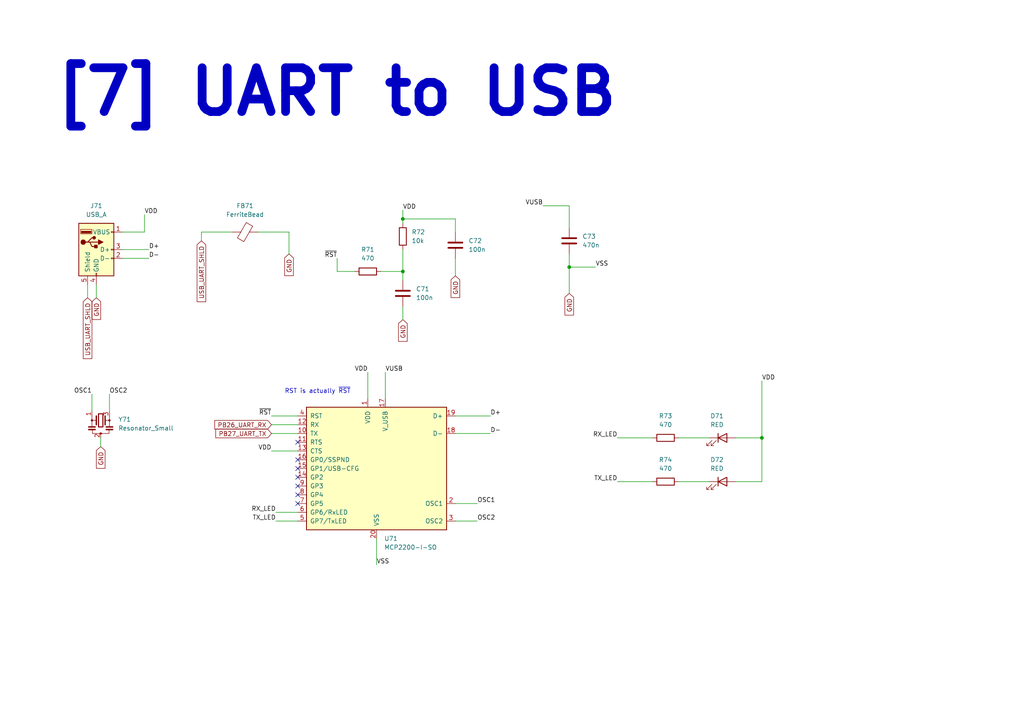
<source format=kicad_sch>
(kicad_sch (version 20230121) (generator eeschema)
  (paper "A4")
  (lib_symbols
    (symbol "Connector:USB_A" (pin_names (offset 1.016))
      (property "Reference" "J" (at -5.08 11.43 0))
      (property "Value" "USB_A" (at -5.08 8.89 0))
      (symbol "USB_A_0_1"
        (rectangle (start -5.08 -7.62) (end 5.08 7.62) (stroke (width 0.254)) (fill (type background)))
        (circle (center -3.81 2.159) (radius 0.635) (stroke (width 0.254)) (fill (type outline)))
        (rectangle (start -1.524 4.826) (end -4.318 5.334) (fill (type outline)))
        (rectangle (start -1.27 4.572) (end -4.572 5.842))
        (circle (center -0.635 3.429) (radius 0.381) (stroke (width 0.254)) (fill (type outline)))
        (rectangle (start -0.127 -7.62) (end 0.127 -6.858))
        (polyline (pts (xy -3.175 2.159) (xy -2.54 2.159) (xy -1.27 3.429) (xy -0.635 3.429)) (stroke (width 0.254)))
        (polyline (pts (xy -2.54 2.159) (xy -1.905 2.159) (xy -1.27 0.889) (xy 0 0.889)) (stroke (width 0.254)))
        (polyline (pts (xy 0.635 2.794) (xy 0.635 1.524) (xy 1.905 2.159) (xy 0.635 2.794)) (stroke (width 0.254)) (fill (type outline)))
        (rectangle (start 0.254 1.27) (end -0.508 0.508) (stroke (width 0.254)) (fill (type outline)))
        (rectangle (start 5.08 -2.667) (end 4.318 -2.413))
        (rectangle (start 5.08 -0.127) (end 4.318 0.127))
        (rectangle (start 5.08 4.953) (end 4.318 5.207))
      )
      (symbol "USB_A_1_1"
        (polyline (pts (xy -1.905 2.159) (xy 0.635 2.159)) (stroke (width 0.254)))
        (pin power_in line (at 7.62 5.08 180) (length 2.54) (name "VBUS") (number "1"))
        (pin bidirectional line (at 7.62 -2.54 180) (length 2.54) (name "D-") (number "2"))
        (pin bidirectional line (at 7.62 0 180) (length 2.54) (name "D+") (number "3"))
        (pin power_in line (at 0 -10.16 90) (length 2.54) (name "GND") (number "4"))
        (pin passive line (at -2.54 -10.16 90) (length 2.54) (name "Shield") (number "5"))
      )
    )
    (symbol "Device:C" (pin_numbers hide) (pin_names (offset 0.254))
      (property "Reference" "C" (at 0.635 2.54 0))
      (property "Value" "C" (at 0.635 -2.54 0))
      (symbol "C_0_1"
        (polyline (pts (xy -2.032 -0.762) (xy 2.032 -0.762)) (stroke (width 0.508)))
        (polyline (pts (xy -2.032 0.762) (xy 2.032 0.762)) (stroke (width 0.508)))
      )
      (symbol "C_1_1"
        (pin passive line (at 0 3.81 270) (length 2.794) (name "~") (number "1"))
        (pin passive line (at 0 -3.81 90) (length 2.794) (name "~") (number "2"))
      )
    )
    (symbol "Device:FerriteBead" (pin_numbers hide) (pin_names (offset 0))
      (property "Reference" "FB" (at -3.81 0.635 90))
      (property "Value" "FerriteBead" (at 3.81 0 90))
      (symbol "FerriteBead_0_1"
        (polyline (pts (xy 0 -1.27) (xy 0 -1.2192)))
        (polyline (pts (xy 0 1.27) (xy 0 1.2954)))
        (polyline (pts (xy -2.7686 0.4064) (xy -1.7018 2.2606) (xy 2.7686 -0.3048) (xy 1.6764 -2.159) (xy -2.7686 0.4064)))
      )
      (symbol "FerriteBead_1_1"
        (pin passive line (at 0 3.81 270) (length 2.54) (name "~") (number "1"))
        (pin passive line (at 0 -3.81 90) (length 2.54) (name "~") (number "2"))
      )
    )
    (symbol "Device:LED" (pin_numbers hide) (pin_names (offset 1.016) hide)
      (property "Reference" "D" (at 0 2.54 0))
      (property "Value" "LED" (at 0 -2.54 0))
      (symbol "LED_0_1"
        (polyline (pts (xy -1.27 -1.27) (xy -1.27 1.27)) (stroke (width 0.254)))
        (polyline (pts (xy -1.27 0) (xy 1.27 0)))
        (polyline (pts (xy 1.27 -1.27) (xy 1.27 1.27) (xy -1.27 0) (xy 1.27 -1.27)) (stroke (width 0.254)))
        (polyline (pts (xy -3.048 -0.762) (xy -4.572 -2.286) (xy -3.81 -2.286) (xy -4.572 -2.286) (xy -4.572 -1.524)))
        (polyline (pts (xy -1.778 -0.762) (xy -3.302 -2.286) (xy -2.54 -2.286) (xy -3.302 -2.286) (xy -3.302 -1.524)))
      )
      (symbol "LED_1_1"
        (pin passive line (at -3.81 0 0) (length 2.54) (name "K") (number "1"))
        (pin passive line (at 3.81 0 180) (length 2.54) (name "A") (number "2"))
      )
    )
    (symbol "Device:R" (pin_numbers hide) (pin_names (offset 0))
      (property "Reference" "R" (at 2.032 0 90))
      (property "Value" "R" (at 0 0 90))
      (symbol "R_0_1"
        (rectangle (start -1.016 -2.54) (end 1.016 2.54) (stroke (width 0.254)))
      )
      (symbol "R_1_1"
        (pin passive line (at 0 3.81 270) (length 1.27) (name "~") (number "1"))
        (pin passive line (at 0 -3.81 90) (length 1.27) (name "~") (number "2"))
      )
    )
    (symbol "Device:Resonator_Small" (pin_names (offset 1.016) hide)
      (property "Reference" "Y" (at 3.175 1.905 0))
      (property "Value" "Resonator_Small" (at 3.175 0 0))
      (symbol "Resonator_Small_0_1"
        (rectangle (start -3.556 -2.54) (end -1.524 -2.794) (fill (type outline)))
        (rectangle (start -3.556 -1.778) (end -1.524 -2.032) (fill (type outline)))
        (circle (center -2.54 0) (radius 0.254) (fill (type outline)))
        (rectangle (start -0.635 1.905) (end 0.635 -1.905) (stroke (width 0.3048)))
        (circle (center 0 -3.81) (radius 0.254) (fill (type outline)))
        (polyline (pts (xy -2.54 -1.778) (xy -2.54 0)))
        (polyline (pts (xy -2.54 0) (xy -1.397 0)))
        (polyline (pts (xy -2.54 1.27) (xy -2.54 0)))
        (polyline (pts (xy -1.27 -1.27) (xy -1.27 1.27)) (stroke (width 0.381)))
        (polyline (pts (xy 1.27 -1.27) (xy 1.27 1.27)) (stroke (width 0.381)))
        (polyline (pts (xy 1.27 0) (xy 2.54 0)))
        (polyline (pts (xy 2.54 0) (xy 2.54 -1.778)))
        (polyline (pts (xy 2.54 1.27) (xy 2.54 0)))
        (polyline (pts (xy 2.413 -2.794) (xy 2.413 -3.81) (xy -2.413 -3.81) (xy -2.413 -2.667)))
        (rectangle (start 1.524 -2.54) (end 3.556 -2.794) (fill (type outline)))
        (rectangle (start 1.524 -1.778) (end 3.556 -2.032) (fill (type outline)))
        (circle (center 2.54 0) (radius 0.254) (fill (type outline)))
      )
      (symbol "Resonator_Small_1_1"
        (pin passive line (at -2.54 2.54 270) (length 1.27) (name "1") (number "1"))
        (pin passive line (at 0 -5.08 90) (length 1.27) (name "2") (number "2"))
        (pin passive line (at 2.54 2.54 270) (length 1.27) (name "3") (number "3"))
      )
    )
    (symbol "Interface_USB:MCP2200-I-SO" (pin_names (offset 1.016))
      (property "Reference" "U" (at -20.32 -19.05 0))
      (property "Value" "MCP2200-I-SO" (at -20.32 19.05 0))
      (symbol "MCP2200-I-SO_0_1"
        (rectangle (start -20.32 17.78) (end 20.32 -17.78) (stroke (width 0.254)) (fill (type background)))
      )
      (symbol "MCP2200-I-SO_1_1"
        (pin power_in line (at -2.54 20.32 270) (length 2.54) (name "VDD") (number "1"))
        (pin output line (at -22.86 10.16 0) (length 2.54) (name "TX") (number "10"))
        (pin output line (at -22.86 7.62 0) (length 2.54) (name "RTS") (number "11"))
        (pin input line (at -22.86 12.7 0) (length 2.54) (name "RX") (number "12"))
        (pin input line (at -22.86 5.08 0) (length 2.54) (name "CTS") (number "13"))
        (pin bidirectional line (at -22.86 -2.54 0) (length 2.54) (name "GP2") (number "14"))
        (pin bidirectional line (at -22.86 0 0) (length 2.54) (name "GP1/USB-CFG") (number "15"))
        (pin bidirectional line (at -22.86 2.54 0) (length 2.54) (name "GP0/SSPND") (number "16"))
        (pin power_in line (at 2.54 20.32 270) (length 2.54) (name "V_USB") (number "17"))
        (pin bidirectional line (at 22.86 10.16 180) (length 2.54) (name "D-") (number "18"))
        (pin bidirectional line (at 22.86 15.24 180) (length 2.54) (name "D+") (number "19"))
        (pin input line (at 22.86 -10.16 180) (length 2.54) (name "OSC1") (number "2"))
        (pin power_in line (at 0 -20.32 90) (length 2.54) (name "VSS") (number "20"))
        (pin output line (at 22.86 -15.24 180) (length 2.54) (name "OSC2") (number "3"))
        (pin input line (at -22.86 15.24 0) (length 2.54) (name "RST") (number "4"))
        (pin bidirectional line (at -22.86 -15.24 0) (length 2.54) (name "GP7/TxLED") (number "5"))
        (pin bidirectional line (at -22.86 -12.7 0) (length 2.54) (name "GP6/RxLED") (number "6"))
        (pin bidirectional line (at -22.86 -10.16 0) (length 2.54) (name "GP5") (number "7"))
        (pin bidirectional line (at -22.86 -7.62 0) (length 2.54) (name "GP4") (number "8"))
        (pin bidirectional line (at -22.86 -5.08 0) (length 2.54) (name "GP3") (number "9"))
      )
    )
  )
  (junction (at 116.84 78.74))
  (junction (at 165.1 77.47))
  (junction (at 220.98 127))
  (junction (at 116.84 63.5))
  (no_connect (at 86.36 128.27))
  (no_connect (at 86.36 135.89))
  (no_connect (at 86.36 138.43))
  (no_connect (at 86.36 133.35))
  (no_connect (at 86.36 143.51))
  (no_connect (at 86.36 146.05))
  (no_connect (at 86.36 140.97))
  (wire (pts (xy 132.08 125.73) (xy 142.24 125.73)))
  (wire (pts (xy 26.67 114.3) (xy 26.67 119.38)))
  (wire (pts (xy 58.42 67.31) (xy 58.42 69.85)))
  (wire (pts (xy 106.68 107.95) (xy 106.68 115.57)))
  (wire (pts (xy 35.56 74.93) (xy 43.18 74.93)))
  (wire (pts (xy 132.08 74.93) (xy 132.08 80.01)))
  (wire (pts (xy 27.94 82.55) (xy 27.94 86.36)))
  (wire (pts (xy 110.49 78.74) (xy 116.84 78.74)))
  (wire (pts (xy 132.08 67.31) (xy 132.08 63.5)))
  (wire (pts (xy 220.98 127) (xy 220.98 139.7)))
  (wire (pts (xy 116.84 72.39) (xy 116.84 78.74)))
  (wire (pts (xy 102.87 78.74) (xy 97.79 78.74)))
  (wire (pts (xy 116.84 60.96) (xy 116.84 63.5)))
  (wire (pts (xy 196.85 139.7) (xy 205.74 139.7)))
  (wire (pts (xy 35.56 72.39) (xy 43.18 72.39)))
  (wire (pts (xy 132.08 63.5) (xy 116.84 63.5)))
  (wire (pts (xy 83.82 73.66) (xy 83.82 67.31)))
  (wire (pts (xy 196.85 127) (xy 205.74 127)))
  (wire (pts (xy 31.75 114.3) (xy 31.75 119.38)))
  (wire (pts (xy 116.84 63.5) (xy 116.84 64.77)))
  (wire (pts (xy 78.74 125.73) (xy 86.36 125.73)))
  (wire (pts (xy 116.84 88.9) (xy 116.84 92.71)))
  (wire (pts (xy 41.91 62.23) (xy 41.91 67.31)))
  (wire (pts (xy 29.21 127) (xy 29.21 129.54)))
  (wire (pts (xy 132.08 120.65) (xy 142.24 120.65)))
  (wire (pts (xy 78.74 120.65) (xy 86.36 120.65)))
  (wire (pts (xy 35.56 67.31) (xy 41.91 67.31)))
  (wire (pts (xy 179.07 139.7) (xy 189.23 139.7)))
  (wire (pts (xy 132.08 151.13) (xy 138.43 151.13)))
  (wire (pts (xy 165.1 66.04) (xy 165.1 59.69)))
  (wire (pts (xy 213.36 127) (xy 220.98 127)))
  (wire (pts (xy 111.76 107.95) (xy 111.76 115.57)))
  (wire (pts (xy 67.31 67.31) (xy 58.42 67.31)))
  (wire (pts (xy 220.98 139.7) (xy 213.36 139.7)))
  (wire (pts (xy 220.98 110.49) (xy 220.98 127)))
  (wire (pts (xy 116.84 78.74) (xy 116.84 81.28)))
  (wire (pts (xy 165.1 77.47) (xy 172.72 77.47)))
  (wire (pts (xy 157.48 59.69) (xy 165.1 59.69)))
  (wire (pts (xy 97.79 74.93) (xy 97.79 78.74)))
  (wire (pts (xy 132.08 146.05) (xy 138.43 146.05)))
  (wire (pts (xy 165.1 73.66) (xy 165.1 77.47)))
  (wire (pts (xy 179.07 127) (xy 189.23 127)))
  (wire (pts (xy 80.01 148.59) (xy 86.36 148.59)))
  (wire (pts (xy 165.1 77.47) (xy 165.1 85.09)))
  (wire (pts (xy 78.74 130.81) (xy 86.36 130.81)))
  (wire (pts (xy 78.74 123.19) (xy 86.36 123.19)))
  (wire (pts (xy 109.22 156.21) (xy 109.22 163.83)))
  (wire (pts (xy 83.82 67.31) (xy 74.93 67.31)))
  (wire (pts (xy 25.4 82.55) (xy 25.4 86.36)))
  (wire (pts (xy 80.01 151.13) (xy 86.36 151.13)))
  (text "[7] UART to USB" (at 15.24 34.29 0) (effects (font (size 12.7 12.7) bold) (justify left bottom)))
  (text "RST is actually ~{RST}" (at 82.55 114.3 0) (effects (font (size 1.27 1.27)) (justify left bottom)))
  (label "D+" (at 43.18 72.39 0))
  (label "VUSB" (at 111.76 107.95 0))
  (label "VDD" (at 78.74 130.81 180))
  (label "~{RST}" (at 78.74 120.65 180))
  (label "VUSB" (at 157.48 59.69 180))
  (label "VDD" (at 116.84 60.96 0))
  (label "TX_LED" (at 80.01 151.13 180))
  (label "VDD" (at 220.98 110.49 0))
  (label "VSS" (at 172.72 77.47 0))
  (label "OSC2" (at 138.43 151.13 0))
  (label "RX_LED" (at 80.01 148.59 180))
  (label "~{RST}" (at 97.79 74.93 180))
  (label "D-" (at 142.24 125.73 0))
  (label "OSC2" (at 31.75 114.3 0))
  (label "OSC1" (at 138.43 146.05 0))
  (label "VDD" (at 106.68 107.95 180))
  (label "RX_LED" (at 179.07 127 180))
  (label "D+" (at 142.24 120.65 0))
  (label "VSS" (at 109.22 163.83 0))
  (label "D-" (at 43.18 74.93 0))
  (label "VDD" (at 41.91 62.23 0))
  (label "TX_LED" (at 179.07 139.7 180))
  (label "OSC1" (at 26.67 114.3 180))
  (global_label "GND" (shape input) (at 83.82 73.66 270) (property "Intersheetrefs" "${INTERSHEET_REFS}" (effects hide)))
  (global_label "USB_UART_SHLD" (shape input) (at 25.4 86.36 270) (property "Intersheetrefs" "${INTERSHEET_REFS}" (effects hide)))
  (global_label "GND" (shape input) (at 29.21 129.54 270) (property "Intersheetrefs" "${INTERSHEET_REFS}" (effects hide)))
  (global_label "GND" (shape input) (at 116.84 92.71 270) (property "Intersheetrefs" "${INTERSHEET_REFS}" (effects hide)))
  (global_label "USB_UART_SHLD" (shape input) (at 58.42 69.85 270) (property "Intersheetrefs" "${INTERSHEET_REFS}" (effects hide)))
  (global_label "GND" (shape input) (at 132.08 80.01 270) (property "Intersheetrefs" "${INTERSHEET_REFS}" (effects hide)))
  (global_label "GND" (shape input) (at 27.94 86.36 270) (property "Intersheetrefs" "${INTERSHEET_REFS}" (effects hide)))
  (global_label "PB27_UART_TX" (shape input) (at 78.74 125.73 180) (property "Intersheetrefs" "${INTERSHEET_REFS}" (effects hide)))
  (global_label "GND" (shape input) (at 165.1 85.09 270) (property "Intersheetrefs" "${INTERSHEET_REFS}" (effects hide)))
  (global_label "PB26_UART_RX" (shape input) (at 78.74 123.19 180) (property "Intersheetrefs" "${INTERSHEET_REFS}" (effects hide)))
  (symbol (lib_id "Interface_USB:MCP2200-I-SO") (at 109.22 135.89 0) (unit 1)
    (property "Reference" "U71" (at 111.4141 156.21 0) (effects (justify left)))
    (property "Value" "MCP2200-I-SO" (at 111.4141 158.75 0) (effects (justify left)))
    (property "Footprint" "Package_SO:SOIC-20W_7.5x12.8mm_P1.27mm" (effects hide))
    (property "Datasheet" "http://ww1.microchip.com/downloads/en/DeviceDoc/200022228D.pdf" (effects hide))
  )
  (symbol (lib_id "Device:Resonator_Small") (at 29.21 121.92 0) (unit 1)
    (property "Reference" "Y71" (at 34.29 121.6533 0) (effects (justify left)))
    (property "Value" "Resonator_Small" (at 34.29 124.1933 0) (effects (justify left)))
  )
  (symbol (lib_id "Device:C") (at 165.1 69.85 0) (unit 1)
    (property "Reference" "C73" (at 168.91 68.58 0) (effects (justify left)))
    (property "Value" "470n" (at 168.91 71.12 0) (effects (justify left)))
  )
  (symbol (lib_id "Device:R") (at 106.68 78.74 90) (unit 1)
    (property "Reference" "R71" (at 106.68 72.39 90))
    (property "Value" "470" (at 106.68 74.93 90))
  )
  (symbol (lib_id "Connector:USB_A") (at 27.94 72.39 0) (unit 1)
    (property "Reference" "J71" (at 27.94 59.69 0))
    (property "Value" "USB_A" (at 27.94 62.23 0))
    (property "Datasheet" " ~" (effects hide))
  )
  (symbol (lib_id "Device:R") (at 116.84 68.58 0) (unit 1)
    (property "Reference" "R72" (at 119.38 67.31 0) (effects (justify left)))
    (property "Value" "10k" (at 119.38 69.85 0) (effects (justify left)))
  )
  (symbol (lib_id "Device:C") (at 132.08 71.12 0) (unit 1)
    (property "Reference" "C72" (at 135.89 69.85 0) (effects (justify left)))
    (property "Value" "100n" (at 135.89 72.39 0) (effects (justify left)))
  )
  (symbol (lib_id "Device:R") (at 193.04 127 90) (unit 1)
    (property "Reference" "R73" (at 193.04 120.65 90))
    (property "Value" "470" (at 193.04 123.19 90))
  )
  (symbol (lib_id "Device:FerriteBead") (at 71.12 67.31 90) (unit 1)
    (property "Reference" "FB71" (at 71.0692 59.69 90))
    (property "Value" "FerriteBead" (at 71.0692 62.23 90))
  )
  (symbol (lib_id "Device:LED") (at 209.55 127 0) (unit 1)
    (property "Reference" "D71" (at 207.9625 120.65 0))
    (property "Value" "RED" (at 207.9625 123.19 0))
  )
  (symbol (lib_id "Device:R") (at 193.04 139.7 90) (unit 1)
    (property "Reference" "R74" (at 193.04 133.35 90))
    (property "Value" "470" (at 193.04 135.89 90))
  )
  (symbol (lib_id "Device:C") (at 116.84 85.09 0) (unit 1)
    (property "Reference" "C71" (at 120.65 83.82 0) (effects (justify left)))
    (property "Value" "100n" (at 120.65 86.36 0) (effects (justify left)))
  )
  (symbol (lib_id "Device:LED") (at 209.55 139.7 0) (unit 1)
    (property "Reference" "D72" (at 207.9625 133.35 0))
    (property "Value" "RED" (at 207.9625 135.89 0))
  )
)
</source>
